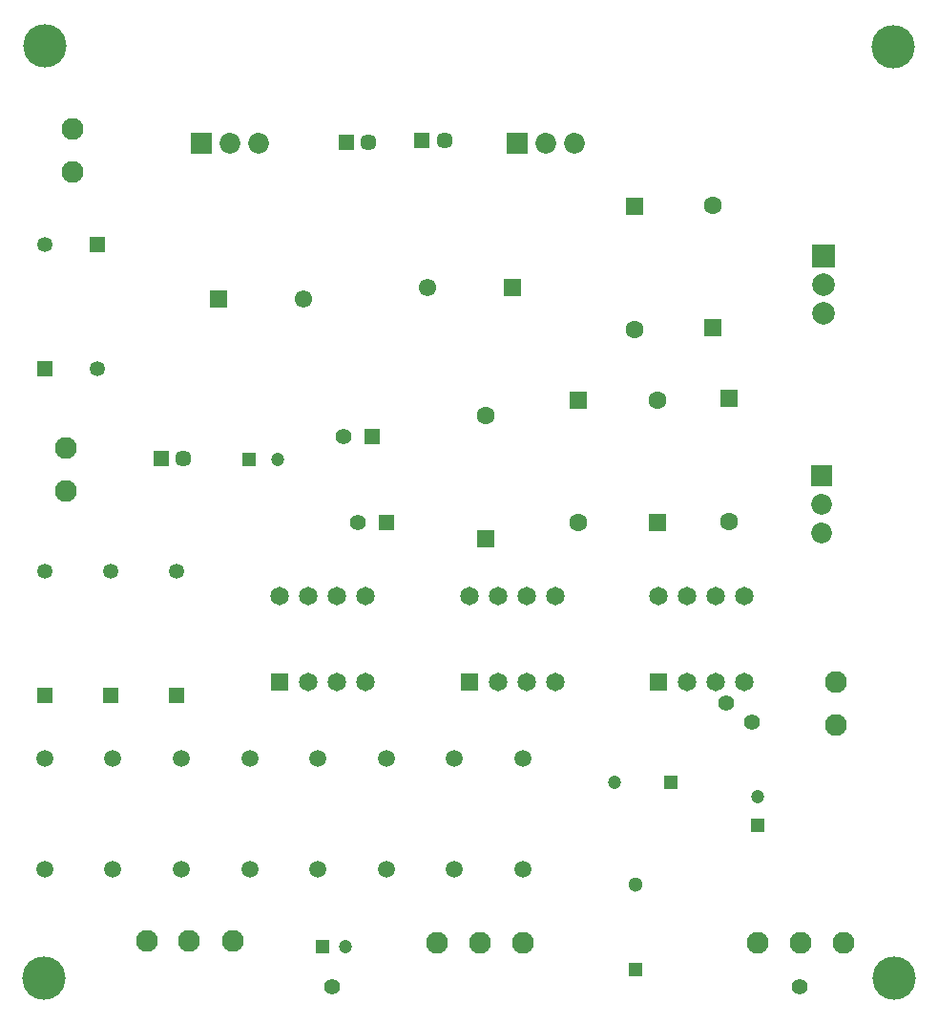
<source format=gbs>
G04*
G04 #@! TF.GenerationSoftware,Altium Limited,Altium Designer,23.4.1 (23)*
G04*
G04 Layer_Color=16711935*
%FSLAX44Y44*%
%MOMM*%
G71*
G04*
G04 #@! TF.SameCoordinates,296E2F05-AFD3-44B7-80E4-9C800FA3EDDF*
G04*
G04*
G04 #@! TF.FilePolarity,Negative*
G04*
G01*
G75*
%ADD15C,3.8500*%
%ADD16C,1.2000*%
%ADD17R,1.2000X1.2000*%
%ADD18R,1.6000X1.6000*%
%ADD19C,1.6000*%
%ADD20R,1.2000X1.2000*%
%ADD21C,1.9500*%
%ADD22R,1.5500X1.5500*%
%ADD23C,1.5500*%
%ADD24C,1.8500*%
%ADD25R,1.8500X1.8500*%
%ADD26C,1.6500*%
%ADD27R,1.6500X1.6500*%
%ADD28R,1.4500X1.4500*%
%ADD29C,1.4500*%
%ADD30C,1.5000*%
%ADD31C,1.3500*%
%ADD32R,1.3500X1.3500*%
%ADD33C,2.0000*%
%ADD34R,2.0000X2.0000*%
%ADD35C,1.8500*%
%ADD36R,1.8500X1.8500*%
%ADD37C,1.3000*%
%ADD38R,1.3000X1.3000*%
%ADD39C,1.4000*%
%ADD40R,1.4000X1.4000*%
%ADD41C,1.4200*%
D15*
X27940Y852170D02*
D03*
X780415Y851535D02*
D03*
X27305Y26035D02*
D03*
X781685D02*
D03*
D16*
X234550Y485140D02*
D03*
X660400Y186490D02*
D03*
X294320Y53340D02*
D03*
X533800Y199390D02*
D03*
D17*
X209550Y485140D02*
D03*
X274320Y53340D02*
D03*
X583800Y199390D02*
D03*
D18*
X419354Y415520D02*
D03*
X635000Y539520D02*
D03*
X571500Y429490D02*
D03*
X551180Y709700D02*
D03*
X621030Y602210D02*
D03*
X501650Y538250D02*
D03*
D19*
X419354Y524280D02*
D03*
X635000Y430760D02*
D03*
X571500Y538250D02*
D03*
X551180Y600940D02*
D03*
X621030Y710970D02*
D03*
X501650Y429490D02*
D03*
D20*
X660400Y161490D02*
D03*
D21*
X729670Y288340D02*
D03*
Y250240D02*
D03*
X52760Y778560D02*
D03*
Y740460D02*
D03*
X194410Y59000D02*
D03*
X156210D02*
D03*
X118210D02*
D03*
X736700Y57150D02*
D03*
X698500D02*
D03*
X660500D02*
D03*
X452220D02*
D03*
X414020D02*
D03*
X376020D02*
D03*
X46410Y495350D02*
D03*
Y457250D02*
D03*
D22*
X182210Y627380D02*
D03*
X442630Y637540D02*
D03*
D23*
X257210Y627380D02*
D03*
X367630Y637540D02*
D03*
D24*
X217809Y765769D02*
D03*
X192409D02*
D03*
X472440Y765810D02*
D03*
X497840D02*
D03*
D25*
X167009Y765769D02*
D03*
X447040Y765810D02*
D03*
D26*
X480695Y364490D02*
D03*
X455295D02*
D03*
X429895D02*
D03*
X404495D02*
D03*
X480695Y288290D02*
D03*
X455295D02*
D03*
X429895D02*
D03*
X648970Y364490D02*
D03*
X623570D02*
D03*
X598170D02*
D03*
X572770D02*
D03*
X648970Y288290D02*
D03*
X623570D02*
D03*
X598170D02*
D03*
X261620D02*
D03*
X287020D02*
D03*
X312420D02*
D03*
X236220Y364490D02*
D03*
X261620D02*
D03*
X287020D02*
D03*
X312420D02*
D03*
D27*
X404495Y288290D02*
D03*
X572770D02*
D03*
X236220D02*
D03*
D28*
X130970Y486410D02*
D03*
X362589Y768309D02*
D03*
X295279Y767039D02*
D03*
D29*
X150970Y486410D02*
D03*
X382589Y768309D02*
D03*
X315279Y767039D02*
D03*
D30*
X209731Y122450D02*
D03*
Y220450D02*
D03*
X270329D02*
D03*
Y122450D02*
D03*
X330926Y220450D02*
D03*
Y122450D02*
D03*
X452120Y220450D02*
D03*
Y122450D02*
D03*
X391523Y122450D02*
D03*
Y220450D02*
D03*
X27940D02*
D03*
Y122450D02*
D03*
X149134Y220450D02*
D03*
Y122450D02*
D03*
X88537Y220450D02*
D03*
Y122450D02*
D03*
D31*
X74930Y566030D02*
D03*
X27940Y676030D02*
D03*
X27860Y386470D02*
D03*
X144780D02*
D03*
X86320Y386080D02*
D03*
D32*
X74930Y676030D02*
D03*
X27940Y566030D02*
D03*
X27860Y276470D02*
D03*
X144780D02*
D03*
X86320Y276080D02*
D03*
D33*
X718820Y614680D02*
D03*
Y640080D02*
D03*
D34*
Y665480D02*
D03*
D35*
X717550Y420370D02*
D03*
Y445770D02*
D03*
D36*
Y471170D02*
D03*
D37*
X552450Y108620D02*
D03*
D38*
Y33620D02*
D03*
D39*
X293370Y505460D02*
D03*
X306070Y429260D02*
D03*
D40*
X318370Y505460D02*
D03*
X331070Y429260D02*
D03*
D41*
X632460Y269240D02*
D03*
X655320Y252730D02*
D03*
X282702Y18034D02*
D03*
X697584D02*
D03*
M02*

</source>
